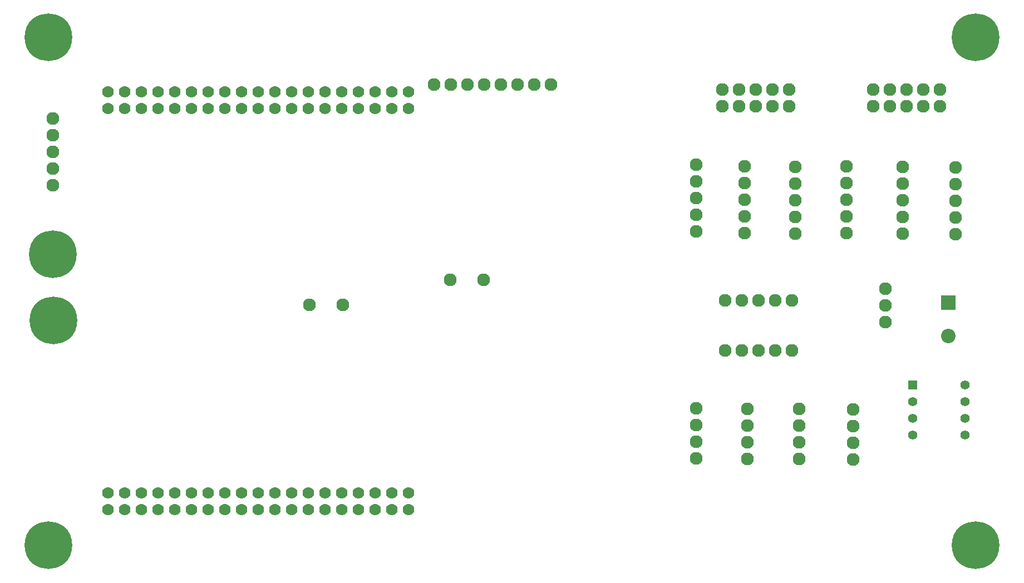
<source format=gbs>
G04 EasyPC Gerber Version 21.0.3 Build 4286 *
G04 #@! TF.Part,Single*
G04 #@! TF.FileFunction,Soldermask,Bot *
G04 #@! TF.FilePolarity,Negative *
%FSLAX34Y34*%
%MOIN*%
G04 #@! TA.AperFunction,ComponentPad*
%ADD120R,0.05567X0.05567*%
%ADD122R,0.08677X0.08677*%
%ADD121C,0.05567*%
%ADD116C,0.07000*%
%ADD86C,0.07693*%
%ADD123C,0.08677*%
%ADD89C,0.28559*%
X0Y0D02*
D02*
D86*
X5227Y25785D03*
Y26785D03*
Y27785D03*
Y28785D03*
Y29785D03*
X20605Y18628D03*
X22605D03*
X28046Y31844D03*
X29028Y20127D03*
X29046Y31844D03*
X30046D03*
X31028Y20127D03*
X31046Y31844D03*
X32046D03*
X33046D03*
X34046D03*
X35046D03*
X43746Y9423D03*
Y10423D03*
Y11423D03*
Y12423D03*
X43762Y23031D03*
Y24031D03*
Y25031D03*
Y26031D03*
Y27031D03*
X45341Y30522D03*
Y31522D03*
X45491Y15915D03*
Y18915D03*
X46341Y30522D03*
Y31522D03*
X46491Y15915D03*
Y18915D03*
X46664Y22944D03*
Y23944D03*
Y24944D03*
Y25944D03*
Y26944D03*
X46833Y9407D03*
Y10407D03*
Y11407D03*
Y12407D03*
X47341Y30522D03*
Y31522D03*
X47491Y15915D03*
Y18915D03*
X48341Y30522D03*
Y31522D03*
X48491Y15915D03*
Y18915D03*
X49341Y30522D03*
Y31522D03*
X49491Y15915D03*
Y18915D03*
X49691Y22906D03*
Y23906D03*
Y24906D03*
Y25906D03*
Y26906D03*
X49935Y9395D03*
Y10395D03*
Y11395D03*
Y12395D03*
X52750Y22944D03*
Y23944D03*
Y24944D03*
Y25944D03*
Y26944D03*
X53148Y9352D03*
Y10352D03*
Y11352D03*
Y12352D03*
X54361Y30521D03*
Y31521D03*
X55085Y17608D03*
Y18608D03*
Y19608D03*
X55361Y30521D03*
Y31521D03*
X56132Y22906D03*
Y23906D03*
Y24906D03*
Y25906D03*
Y26906D03*
X56361Y30521D03*
Y31521D03*
X57361Y30521D03*
Y31521D03*
X58361Y30521D03*
Y31521D03*
X59302Y22872D03*
Y23872D03*
Y24872D03*
Y25872D03*
Y26872D03*
D02*
D89*
X4947Y4226D03*
Y34659D03*
X5211Y21672D03*
X5254Y17693D03*
X60502Y4226D03*
Y34659D03*
D02*
D116*
X8517Y6364D03*
Y7364D03*
Y30388D03*
Y31388D03*
X9517Y6364D03*
Y7364D03*
Y30388D03*
Y31388D03*
X10517Y6364D03*
Y7364D03*
Y30388D03*
Y31388D03*
X11517Y6364D03*
Y7364D03*
Y30388D03*
Y31388D03*
X12517Y6364D03*
Y7364D03*
Y30388D03*
Y31388D03*
X13517Y6364D03*
Y7364D03*
Y30388D03*
Y31388D03*
X14517Y6364D03*
Y7364D03*
Y30388D03*
Y31388D03*
X15517Y6364D03*
Y7364D03*
Y30388D03*
Y31388D03*
X16517Y6364D03*
Y7364D03*
Y30388D03*
Y31388D03*
X17517Y6364D03*
Y7364D03*
Y30388D03*
Y31388D03*
X18517Y6364D03*
Y7364D03*
Y30388D03*
Y31388D03*
X19517Y6364D03*
Y7364D03*
Y30388D03*
Y31388D03*
X20517Y6364D03*
Y7364D03*
Y30388D03*
Y31388D03*
X21517Y6364D03*
Y7364D03*
Y30388D03*
Y31388D03*
X22517Y6364D03*
Y7364D03*
Y30388D03*
Y31388D03*
X23517Y6364D03*
Y7364D03*
Y30388D03*
Y31388D03*
X24517Y6364D03*
Y7364D03*
Y30388D03*
Y31388D03*
X25517Y6364D03*
Y7364D03*
Y30388D03*
Y31388D03*
X26517Y6364D03*
Y7364D03*
Y30388D03*
Y31388D03*
D02*
D120*
X56727Y13836D03*
D02*
D121*
Y10836D03*
Y11836D03*
Y12836D03*
X59853Y10836D03*
Y11836D03*
Y12836D03*
Y13836D03*
D02*
D122*
X58861Y18772D03*
D02*
D123*
Y16772D03*
X0Y0D02*
M02*

</source>
